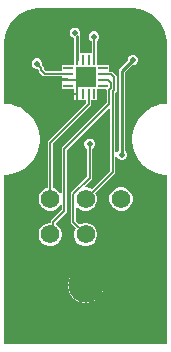
<source format=gbr>
%TF.GenerationSoftware,Altium Limited,Altium Designer,24.10.1 (45)*%
G04 Layer_Physical_Order=2*
G04 Layer_Color=16711680*
%FSLAX45Y45*%
%MOMM*%
%TF.SameCoordinates,2D35ECAA-621C-4C07-A100-3777A67AA797*%
%TF.FilePolarity,Positive*%
%TF.FileFunction,Copper,L2,Bot,Signal*%
%TF.Part,Single*%
G01*
G75*
%TA.AperFunction,Conductor*%
%ADD16C,0.25000*%
%ADD17C,0.18000*%
%TA.AperFunction,ComponentPad*%
%ADD18C,3.00000*%
%ADD19C,1.57000*%
%ADD20R,1.57000X1.57000*%
%TA.AperFunction,ViaPad*%
%ADD21C,0.50000*%
%TA.AperFunction,SMDPad,CuDef*%
%ADD22R,0.81280X0.25400*%
%ADD23R,0.25400X0.81280*%
%ADD24R,1.70180X1.70180*%
G36*
X3639621Y5379358D02*
X3678527Y5374235D01*
X3716432Y5364079D01*
X3752687Y5349062D01*
X3786671Y5329441D01*
X3817804Y5305552D01*
X3845552Y5277804D01*
X3869441Y5246671D01*
X3889062Y5212687D01*
X3904079Y5176432D01*
X3914236Y5138527D01*
X3919358Y5099621D01*
X3920000Y5080000D01*
Y4570024D01*
X3903308D01*
X3864319Y4564891D01*
X3826332Y4554713D01*
X3790000Y4539663D01*
X3755942Y4520000D01*
X3724743Y4496060D01*
X3696935Y4468252D01*
X3672995Y4437053D01*
X3653332Y4402995D01*
X3638283Y4366663D01*
X3628104Y4328677D01*
X3622971Y4289687D01*
Y4250361D01*
X3628104Y4211372D01*
X3638283Y4173385D01*
X3653332Y4137053D01*
X3672995Y4102995D01*
X3696935Y4071796D01*
X3724743Y4043988D01*
X3755942Y4020048D01*
X3790000Y4000385D01*
X3826332Y3985336D01*
X3864319Y3975157D01*
X3903308Y3970024D01*
X3920000D01*
Y2540000D01*
X2540000D01*
Y3970000D01*
X2559663D01*
X2598652Y3975133D01*
X2636639Y3985312D01*
X2672971Y4000361D01*
X2707029Y4020024D01*
X2738228Y4043964D01*
X2766036Y4071772D01*
X2789976Y4102971D01*
X2809639Y4137029D01*
X2824688Y4173361D01*
X2834867Y4211347D01*
X2840000Y4250337D01*
Y4289663D01*
X2834867Y4328653D01*
X2824688Y4366639D01*
X2809639Y4402971D01*
X2789976Y4437029D01*
X2766036Y4468228D01*
X2738228Y4496036D01*
X2707029Y4519976D01*
X2672971Y4539639D01*
X2636639Y4554688D01*
X2598652Y4564867D01*
X2559663Y4570000D01*
X2540000D01*
Y5080000D01*
X2540642Y5099621D01*
X2545764Y5138527D01*
X2555921Y5176432D01*
X2570938Y5212687D01*
X2590559Y5246671D01*
X2614448Y5277804D01*
X2642196Y5305552D01*
X2673329Y5329441D01*
X2707313Y5349062D01*
X2743568Y5364079D01*
X2781473Y5374235D01*
X2820379Y5379358D01*
X2840000Y5380000D01*
X3620000D01*
X3639621Y5379358D01*
D02*
G37*
%LPC*%
G36*
X3148951Y5215000D02*
X3131049D01*
X3114510Y5208149D01*
X3101851Y5195490D01*
X3095000Y5178951D01*
Y5161049D01*
X3101851Y5144510D01*
X3114510Y5131851D01*
X3129306Y5125722D01*
Y4944780D01*
X3129600Y4943304D01*
Y4900400D01*
X3031880D01*
Y4847125D01*
X2892501D01*
X2875632Y4863994D01*
Y4873303D01*
X2873948Y4881770D01*
X2869152Y4888948D01*
X2860682Y4897417D01*
X2862554Y4901938D01*
Y4919840D01*
X2855703Y4936379D01*
X2843045Y4949038D01*
X2826505Y4955889D01*
X2808603D01*
X2792064Y4949038D01*
X2779405Y4936379D01*
X2772555Y4919840D01*
Y4901938D01*
X2779405Y4885398D01*
X2792064Y4872740D01*
X2808603Y4865889D01*
X2826505D01*
X2830941Y4855828D01*
X2831504Y4854213D01*
X2833066Y4846363D01*
X2837862Y4839185D01*
X2867691Y4809355D01*
X2874870Y4804559D01*
X2883336Y4802875D01*
X3031880D01*
Y4785000D01*
X3085220D01*
Y4765000D01*
X3031880D01*
Y4699600D01*
X3129600D01*
Y4665220D01*
X3155000D01*
Y4655220D01*
X3165000D01*
Y4601880D01*
X3232875D01*
Y4574164D01*
X2914355Y4255645D01*
X2909559Y4248467D01*
X2907875Y4240000D01*
Y3860546D01*
X2891981Y3856287D01*
X2869520Y3843319D01*
X2851180Y3824980D01*
X2838213Y3802519D01*
X2831500Y3777468D01*
Y3751532D01*
X2838213Y3726480D01*
X2851180Y3704020D01*
X2869520Y3685680D01*
X2891981Y3672713D01*
X2917032Y3666000D01*
X2942968D01*
X2968019Y3672713D01*
X2990480Y3685680D01*
X3008819Y3704020D01*
X3015175Y3715027D01*
X3027875Y3711624D01*
Y3672863D01*
X2940657Y3585645D01*
X2935861Y3578467D01*
X2934176Y3570000D01*
Y3563000D01*
X2917032D01*
X2891981Y3556287D01*
X2869520Y3543320D01*
X2851180Y3524981D01*
X2838213Y3502520D01*
X2831500Y3477468D01*
Y3451532D01*
X2838213Y3426481D01*
X2851180Y3404020D01*
X2869520Y3385681D01*
X2891981Y3372713D01*
X2917032Y3366000D01*
X2942968D01*
X2968019Y3372713D01*
X2990480Y3385681D01*
X3008819Y3404020D01*
X3021787Y3426481D01*
X3028500Y3451532D01*
Y3477468D01*
X3021787Y3502520D01*
X3008819Y3524981D01*
X2990480Y3543320D01*
X2980588Y3549031D01*
X2979556Y3561965D01*
X3065645Y3648054D01*
X3070441Y3655232D01*
X3072125Y3663699D01*
Y4180835D01*
X3424842Y4533552D01*
X3436575Y4528692D01*
Y4002365D01*
X3282270Y3848060D01*
X3268019Y3856287D01*
X3242968Y3863000D01*
X3231096D01*
X3225836Y3875700D01*
X3280645Y3930509D01*
X3285441Y3937687D01*
X3287125Y3946154D01*
Y4190457D01*
X3290490Y4191851D01*
X3303149Y4204509D01*
X3310000Y4221049D01*
Y4238951D01*
X3303149Y4255490D01*
X3290490Y4268149D01*
X3273951Y4275000D01*
X3256049D01*
X3239509Y4268149D01*
X3226851Y4255490D01*
X3220000Y4238951D01*
Y4221049D01*
X3226851Y4204509D01*
X3239509Y4191851D01*
X3242875Y4190457D01*
Y3955318D01*
X3110655Y3823099D01*
X3105859Y3815921D01*
X3104175Y3807454D01*
Y3568200D01*
X3105859Y3559733D01*
X3110655Y3552555D01*
X3146440Y3516770D01*
X3138213Y3502520D01*
X3131500Y3477468D01*
Y3451532D01*
X3138213Y3426481D01*
X3151180Y3404020D01*
X3169519Y3385681D01*
X3191980Y3372713D01*
X3217032Y3366000D01*
X3242968D01*
X3268019Y3372713D01*
X3290480Y3385681D01*
X3308819Y3404020D01*
X3321787Y3426481D01*
X3328500Y3451532D01*
Y3477468D01*
X3321787Y3502520D01*
X3308819Y3524981D01*
X3290480Y3543320D01*
X3268019Y3556287D01*
X3242968Y3563000D01*
X3217032D01*
X3191980Y3556287D01*
X3177730Y3548060D01*
X3148425Y3577365D01*
Y3688814D01*
X3161125Y3694075D01*
X3169519Y3685680D01*
X3191980Y3672713D01*
X3217032Y3666000D01*
X3242968D01*
X3268019Y3672713D01*
X3290480Y3685680D01*
X3308819Y3704020D01*
X3321787Y3726480D01*
X3328500Y3751532D01*
Y3777468D01*
X3321787Y3802519D01*
X3313560Y3816770D01*
X3474345Y3977555D01*
X3479141Y3984733D01*
X3480825Y3993200D01*
Y4119318D01*
X3493525Y4121845D01*
X3496851Y4113816D01*
X3509510Y4101157D01*
X3526049Y4094307D01*
X3543951D01*
X3560490Y4101157D01*
X3573149Y4113816D01*
X3580000Y4130355D01*
Y4148257D01*
X3573149Y4164797D01*
X3560694Y4177252D01*
Y4834357D01*
X3621336Y4895000D01*
X3638951D01*
X3655491Y4901851D01*
X3668149Y4914510D01*
X3675000Y4931049D01*
Y4948951D01*
X3668149Y4965490D01*
X3655491Y4978149D01*
X3638951Y4985000D01*
X3621049D01*
X3604510Y4978149D01*
X3591851Y4965490D01*
X3585000Y4948951D01*
Y4931336D01*
X3516832Y4863168D01*
X3511262Y4854833D01*
X3509306Y4845000D01*
Y4177252D01*
X3496851Y4164797D01*
X3493525Y4156768D01*
X3480825Y4159294D01*
Y4665806D01*
X3488065Y4673045D01*
X3492861Y4680223D01*
X3494545Y4688690D01*
Y4797036D01*
X3492861Y4805503D01*
X3488065Y4812681D01*
X3463801Y4836945D01*
X3456623Y4841741D01*
X3448156Y4843425D01*
X3428120D01*
Y4900400D01*
X3330400D01*
Y4998120D01*
X3327125D01*
Y5103486D01*
X3338149Y5114509D01*
X3345000Y5131049D01*
Y5148951D01*
X3338149Y5165490D01*
X3325490Y5178149D01*
X3308951Y5185000D01*
X3291049D01*
X3274510Y5178149D01*
X3261851Y5165490D01*
X3255000Y5148951D01*
Y5131049D01*
X3261851Y5114509D01*
X3274510Y5101851D01*
X3282875Y5098386D01*
Y4998120D01*
X3180693D01*
Y5146341D01*
X3180114Y5149254D01*
X3185000Y5161049D01*
Y5178951D01*
X3178149Y5195490D01*
X3165490Y5208149D01*
X3148951Y5215000D01*
D02*
G37*
G36*
X3145000Y4645220D02*
X3129600D01*
Y4601880D01*
X3145000D01*
Y4645220D01*
D02*
G37*
G36*
X3542968Y3863000D02*
X3517032D01*
X3491980Y3856287D01*
X3469519Y3843319D01*
X3451180Y3824980D01*
X3438213Y3802519D01*
X3431500Y3777468D01*
Y3751532D01*
X3438213Y3726480D01*
X3451180Y3704020D01*
X3469519Y3685680D01*
X3491980Y3672713D01*
X3517032Y3666000D01*
X3542968D01*
X3568019Y3672713D01*
X3590480Y3685680D01*
X3608819Y3704020D01*
X3621787Y3726480D01*
X3628500Y3751532D01*
Y3777468D01*
X3621787Y3802519D01*
X3608819Y3824980D01*
X3590480Y3843319D01*
X3568019Y3856287D01*
X3542968Y3863000D01*
D02*
G37*
G36*
X3244774Y3182500D02*
X3215226D01*
X3186247Y3176735D01*
X3158948Y3165428D01*
X3134381Y3149012D01*
X3113487Y3128119D01*
X3097072Y3103552D01*
X3085764Y3076253D01*
X3080000Y3047274D01*
Y3017726D01*
X3085764Y2988747D01*
X3097072Y2961448D01*
X3113487Y2936881D01*
X3134381Y2915987D01*
X3158948Y2899572D01*
X3186247Y2888264D01*
X3215226Y2882500D01*
X3244774D01*
X3273753Y2888264D01*
X3301052Y2899572D01*
X3325619Y2915987D01*
X3346512Y2936881D01*
X3362928Y2961448D01*
X3374235Y2988747D01*
X3380000Y3017726D01*
Y3047274D01*
X3374235Y3076253D01*
X3362928Y3103552D01*
X3346512Y3128119D01*
X3325619Y3149012D01*
X3301052Y3165428D01*
X3273753Y3176735D01*
X3244774Y3182500D01*
D02*
G37*
%LPD*%
G36*
X3408641Y4686900D02*
X3408575Y4686568D01*
Y4579865D01*
X3034355Y4205645D01*
X3029559Y4198467D01*
X3027875Y4190000D01*
Y3817376D01*
X3015175Y3813973D01*
X3008819Y3824980D01*
X2990480Y3843319D01*
X2968019Y3856287D01*
X2952125Y3860546D01*
Y4230835D01*
X3270645Y4549355D01*
X3275441Y4556533D01*
X3277125Y4565000D01*
Y4601880D01*
X3330400D01*
Y4699600D01*
X3399198D01*
X3408641Y4686900D01*
D02*
G37*
D16*
X3535000Y4139306D02*
Y4845000D01*
X3630000Y4940000D01*
X3155000Y4944780D02*
Y5146341D01*
D17*
X3448156Y4821300D02*
X3472420Y4797036D01*
X3458700Y4674970D02*
X3472420Y4688690D01*
X3050000Y4190000D02*
X3430700Y4570700D01*
Y4686568D02*
X3444420Y4700288D01*
X3230000Y3764500D02*
X3458700Y3993200D01*
X3430700Y4570700D02*
Y4686568D01*
X3422832Y4771300D02*
X3444420Y4749712D01*
X3378480Y4821300D02*
X3448156D01*
X3458700Y3993200D02*
Y4674970D01*
X3472420Y4688690D02*
Y4797036D01*
X3444420Y4700288D02*
Y4749712D01*
X3050000Y3663699D02*
Y4190000D01*
X2956301Y3570000D02*
X3050000Y3663699D01*
X2930000Y3464500D02*
X2956301Y3490802D01*
X3126300Y3568200D02*
X3230000Y3464500D01*
X3126300Y3568200D02*
Y3807454D01*
X2956301Y3490802D02*
Y3570000D01*
X3126300Y3807454D02*
X3265000Y3946154D01*
Y4230000D01*
X2930000Y3764500D02*
Y4240000D01*
X3255000Y4565000D02*
Y4655220D01*
X2930000Y4240000D02*
X3255000Y4565000D01*
X3378480Y4771300D02*
X3422832D01*
X3374780Y4775000D02*
X3378480Y4771300D01*
X3374780Y4825000D02*
X3378480Y4821300D01*
X3305000Y4944780D02*
Y5135000D01*
X3300000Y5140000D02*
X3305000Y5135000D01*
X2853507Y4854830D02*
X2883336Y4825000D01*
X2853507Y4854830D02*
Y4873303D01*
X2817554Y4909255D02*
X2853507Y4873303D01*
X2817554Y4909255D02*
Y4910889D01*
X2883336Y4825000D02*
X3085220D01*
X2716123Y4756123D02*
X2956122D01*
X2710000Y4750000D02*
X2716123Y4756123D01*
X2975000Y4775000D02*
X3085220D01*
X2956122Y4756123D02*
X2975000Y4775000D01*
X3085220D02*
X3205000D01*
X3155000Y4725000D02*
X3205000Y4775000D01*
X3230000Y4800000D01*
X3155000Y4655220D02*
Y4725000D01*
D18*
X3230000Y3032500D02*
D03*
D19*
X2930000Y3764500D02*
D03*
X3230000D02*
D03*
X3530000D02*
D03*
X2930000Y3464500D02*
D03*
X3230000D02*
D03*
D20*
X3530000D02*
D03*
D21*
X3535000Y4139306D02*
D03*
X3265000Y4230000D02*
D03*
X2890000Y4330000D02*
D03*
X3630000Y4940000D02*
D03*
X3642900Y4690000D02*
D03*
X3660000Y3940000D02*
D03*
X3300000Y5140000D02*
D03*
X3140000Y5170000D02*
D03*
X2850000Y5250000D02*
D03*
X2700000Y3940000D02*
D03*
X3690000Y5200000D02*
D03*
X2817554Y4910889D02*
D03*
X2710000Y4750000D02*
D03*
D22*
X3374780Y4875000D02*
D03*
Y4825000D02*
D03*
Y4775000D02*
D03*
Y4725000D02*
D03*
X3085220D02*
D03*
Y4775000D02*
D03*
Y4825000D02*
D03*
Y4875000D02*
D03*
D23*
X3305000Y4655220D02*
D03*
X3255000D02*
D03*
X3205000D02*
D03*
X3155000D02*
D03*
Y4944780D02*
D03*
X3205000D02*
D03*
X3255000D02*
D03*
X3305000D02*
D03*
D24*
X3230000Y4800000D02*
D03*
%TF.MD5,5485b1444ab2a64a2d40ef42d19fe124*%
M02*

</source>
